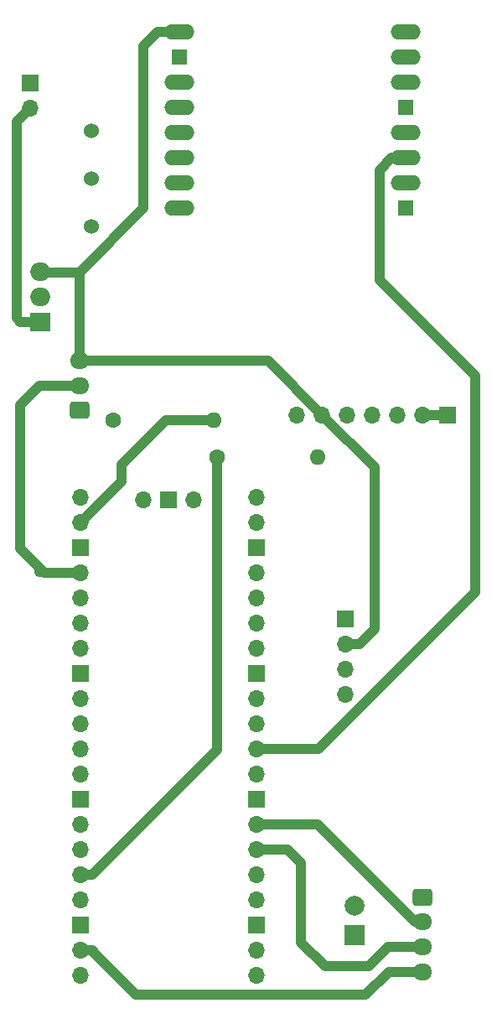
<source format=gbl>
G04 #@! TF.GenerationSoftware,KiCad,Pcbnew,7.0.7*
G04 #@! TF.CreationDate,2024-03-11T23:00:31+01:00*
G04 #@! TF.ProjectId,RocketBoard,526f636b-6574-4426-9f61-72642e6b6963,rev?*
G04 #@! TF.SameCoordinates,Original*
G04 #@! TF.FileFunction,Copper,L2,Bot*
G04 #@! TF.FilePolarity,Positive*
%FSLAX46Y46*%
G04 Gerber Fmt 4.6, Leading zero omitted, Abs format (unit mm)*
G04 Created by KiCad (PCBNEW 7.0.7) date 2024-03-11 23:00:31*
%MOMM*%
%LPD*%
G01*
G04 APERTURE LIST*
G04 Aperture macros list*
%AMRoundRect*
0 Rectangle with rounded corners*
0 $1 Rounding radius*
0 $2 $3 $4 $5 $6 $7 $8 $9 X,Y pos of 4 corners*
0 Add a 4 corners polygon primitive as box body*
4,1,4,$2,$3,$4,$5,$6,$7,$8,$9,$2,$3,0*
0 Add four circle primitives for the rounded corners*
1,1,$1+$1,$2,$3*
1,1,$1+$1,$4,$5*
1,1,$1+$1,$6,$7*
1,1,$1+$1,$8,$9*
0 Add four rect primitives between the rounded corners*
20,1,$1+$1,$2,$3,$4,$5,0*
20,1,$1+$1,$4,$5,$6,$7,0*
20,1,$1+$1,$6,$7,$8,$9,0*
20,1,$1+$1,$8,$9,$2,$3,0*%
G04 Aperture macros list end*
G04 #@! TA.AperFunction,ComponentPad*
%ADD10R,2.000000X2.000000*%
G04 #@! TD*
G04 #@! TA.AperFunction,ComponentPad*
%ADD11C,2.000000*%
G04 #@! TD*
G04 #@! TA.AperFunction,ComponentPad*
%ADD12R,1.700000X1.700000*%
G04 #@! TD*
G04 #@! TA.AperFunction,ComponentPad*
%ADD13O,1.700000X1.700000*%
G04 #@! TD*
G04 #@! TA.AperFunction,ComponentPad*
%ADD14RoundRect,0.250000X-0.725000X0.600000X-0.725000X-0.600000X0.725000X-0.600000X0.725000X0.600000X0*%
G04 #@! TD*
G04 #@! TA.AperFunction,ComponentPad*
%ADD15O,1.950000X1.700000*%
G04 #@! TD*
G04 #@! TA.AperFunction,ComponentPad*
%ADD16RoundRect,0.250000X0.725000X-0.600000X0.725000X0.600000X-0.725000X0.600000X-0.725000X-0.600000X0*%
G04 #@! TD*
G04 #@! TA.AperFunction,ComponentPad*
%ADD17R,1.524000X1.524000*%
G04 #@! TD*
G04 #@! TA.AperFunction,ComponentPad*
%ADD18O,3.048000X1.524000*%
G04 #@! TD*
G04 #@! TA.AperFunction,ComponentPad*
%ADD19C,1.600000*%
G04 #@! TD*
G04 #@! TA.AperFunction,ComponentPad*
%ADD20O,1.600000X1.600000*%
G04 #@! TD*
G04 #@! TA.AperFunction,ComponentPad*
%ADD21C,1.524000*%
G04 #@! TD*
G04 #@! TA.AperFunction,ComponentPad*
%ADD22R,2.000000X1.905000*%
G04 #@! TD*
G04 #@! TA.AperFunction,ComponentPad*
%ADD23O,2.000000X1.905000*%
G04 #@! TD*
G04 #@! TA.AperFunction,Conductor*
%ADD24C,1.000000*%
G04 #@! TD*
G04 APERTURE END LIST*
D10*
X133300000Y-138250000D03*
D11*
X133300000Y-135250000D03*
D12*
X132410000Y-106300000D03*
D13*
X132410000Y-108840000D03*
X132410000Y-111380000D03*
X132410000Y-113920000D03*
D14*
X140167500Y-134400000D03*
D15*
X140167500Y-136900000D03*
X140167500Y-139400000D03*
X140167500Y-141900000D03*
D13*
X123390000Y-142280000D03*
X123390000Y-139740000D03*
D12*
X123390000Y-137200000D03*
D13*
X123390000Y-134660000D03*
X123390000Y-132120000D03*
X123390000Y-129580000D03*
X123390000Y-127040000D03*
D12*
X123390000Y-124500000D03*
D13*
X123390000Y-121960000D03*
X123390000Y-119420000D03*
X123390000Y-116880000D03*
X123390000Y-114340000D03*
D12*
X123390000Y-111800000D03*
D13*
X123390000Y-109260000D03*
X123390000Y-106720000D03*
X123390000Y-104180000D03*
X123390000Y-101640000D03*
D12*
X123390000Y-99100000D03*
D13*
X123390000Y-96560000D03*
X123390000Y-94020000D03*
X105610000Y-94020000D03*
X105610000Y-96560000D03*
D12*
X105610000Y-99100000D03*
D13*
X105610000Y-101640000D03*
X105610000Y-104180000D03*
X105610000Y-106720000D03*
X105610000Y-109260000D03*
D12*
X105610000Y-111800000D03*
D13*
X105610000Y-114340000D03*
X105610000Y-116880000D03*
X105610000Y-119420000D03*
X105610000Y-121960000D03*
D12*
X105610000Y-124500000D03*
D13*
X105610000Y-127040000D03*
X105610000Y-129580000D03*
X105610000Y-132120000D03*
X105610000Y-134660000D03*
D12*
X105610000Y-137200000D03*
D13*
X105610000Y-139740000D03*
X105610000Y-142280000D03*
X117040000Y-94250000D03*
D12*
X114500000Y-94250000D03*
D13*
X111960000Y-94250000D03*
D16*
X105500000Y-85250000D03*
D15*
X105500000Y-82750000D03*
X105500000Y-80250000D03*
D17*
X138430000Y-64837500D03*
D18*
X138430000Y-62297500D03*
X138430000Y-59757500D03*
X138430000Y-57217500D03*
D17*
X138430000Y-54677500D03*
D18*
X138430000Y-52137500D03*
X138430000Y-49597500D03*
X138430000Y-47057500D03*
X115570000Y-47057500D03*
D17*
X115570000Y-49597500D03*
D18*
X115570000Y-52137500D03*
X115570000Y-54677500D03*
X115570000Y-57217500D03*
X115570000Y-59757500D03*
X115570000Y-62297500D03*
X115570000Y-64837500D03*
D19*
X119440000Y-89930000D03*
D20*
X129600000Y-89930000D03*
D21*
X106750000Y-57000000D03*
X106750000Y-61850000D03*
X106750000Y-66650000D03*
D12*
X100500000Y-52210000D03*
D13*
X100500000Y-54750000D03*
D19*
X108920000Y-86250000D03*
D20*
X119080000Y-86250000D03*
D22*
X101520000Y-76290000D03*
D23*
X101520000Y-73750000D03*
X101520000Y-71210000D03*
D12*
X142740000Y-85750000D03*
D13*
X140200000Y-85750000D03*
X137660000Y-85750000D03*
X135120000Y-85750000D03*
X132580000Y-85750000D03*
X130040000Y-85750000D03*
X127500000Y-85750000D03*
D24*
X105610000Y-139740000D02*
X106812081Y-139740000D01*
X105500000Y-80250000D02*
X105500000Y-71290000D01*
X124540000Y-80250000D02*
X130040000Y-85750000D01*
X109558000Y-80250000D02*
X105500000Y-80250000D01*
X133770000Y-108840000D02*
X132410000Y-108840000D01*
X136750000Y-141900000D02*
X140167500Y-141900000D01*
X130040000Y-85750000D02*
X135300000Y-91010000D01*
X134420000Y-144230000D02*
X136750000Y-141900000D01*
X113442500Y-47057500D02*
X115570000Y-47057500D01*
X124540000Y-80250000D02*
X109758000Y-80250000D01*
X112000000Y-64790000D02*
X112000000Y-48500000D01*
X112000000Y-48500000D02*
X113442500Y-47057500D01*
X135300000Y-107310000D02*
X133770000Y-108840000D01*
X105500000Y-71290000D02*
X112000000Y-64790000D01*
X107000000Y-140000000D02*
X111230000Y-144230000D01*
X101600000Y-71290000D02*
X101270000Y-70960000D01*
X106812081Y-139740000D02*
X107000000Y-139927919D01*
X105500000Y-71290000D02*
X101600000Y-71290000D01*
X135300000Y-91010000D02*
X135300000Y-107310000D01*
X111230000Y-144230000D02*
X134420000Y-144230000D01*
X107000000Y-139927919D02*
X107000000Y-140000000D01*
X140200000Y-85750000D02*
X142740000Y-85750000D01*
X119440000Y-89930000D02*
X119440000Y-119492081D01*
X119440000Y-119492081D02*
X106812081Y-132120000D01*
X106812081Y-132120000D02*
X105610000Y-132120000D01*
X100500000Y-54750000D02*
X99170000Y-56080000D01*
X99170000Y-56080000D02*
X99170000Y-75940000D01*
X99520000Y-76290000D02*
X101520000Y-76290000D01*
X99170000Y-75940000D02*
X99520000Y-76290000D01*
X129573312Y-127040000D02*
X139433312Y-136900000D01*
X123390000Y-127040000D02*
X129573312Y-127040000D01*
X139433312Y-136900000D02*
X140167500Y-136900000D01*
X140167500Y-139400000D02*
X136704416Y-139400000D01*
X127900000Y-138950000D02*
X127900000Y-130950000D01*
X136704416Y-139400000D02*
X134754416Y-141350000D01*
X130300000Y-141350000D02*
X127900000Y-138950000D01*
X126530000Y-129580000D02*
X123390000Y-129580000D01*
X127900000Y-130950000D02*
X126530000Y-129580000D01*
X134754416Y-141350000D02*
X130300000Y-141350000D01*
X101990000Y-101640000D02*
X101500000Y-101150000D01*
X101500000Y-101150000D02*
X101500000Y-101550000D01*
X99500000Y-99150000D02*
X101500000Y-101150000D01*
X101425000Y-82750000D02*
X99500000Y-84675000D01*
X105500000Y-82750000D02*
X101425000Y-82750000D01*
X99500000Y-84675000D02*
X99500000Y-99150000D01*
X105610000Y-101640000D02*
X101990000Y-101640000D01*
X137520000Y-85730000D02*
X137520000Y-85947717D01*
X105610000Y-96560000D02*
X105827717Y-96560000D01*
X114250000Y-86250000D02*
X119080000Y-86250000D01*
X105610000Y-96560000D02*
X109750000Y-92420000D01*
X109750000Y-90750000D02*
X114250000Y-86250000D01*
X109750000Y-92420000D02*
X109750000Y-90750000D01*
X135806000Y-72056000D02*
X145500000Y-81750000D01*
X137030000Y-59757500D02*
X135806000Y-60981500D01*
X135806000Y-60981500D02*
X135806000Y-72056000D01*
X129667717Y-119420000D02*
X123390000Y-119420000D01*
X145500000Y-103587717D02*
X142932000Y-106155717D01*
X145500000Y-81750000D02*
X145500000Y-103587717D01*
X142932000Y-106155717D02*
X129667717Y-119420000D01*
X138430000Y-59757500D02*
X137030000Y-59757500D01*
M02*

</source>
